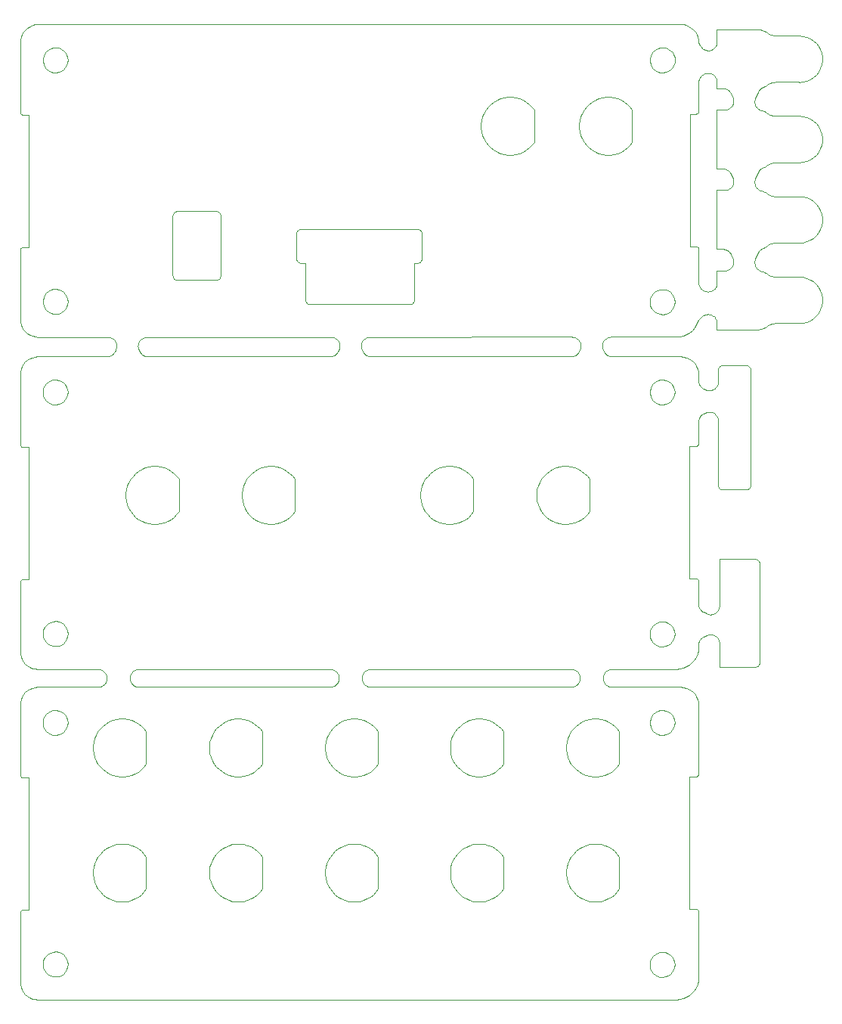
<source format=gko>
%MOIN*%
%OFA0B0*%
%FSLAX44Y44*%
%IPPOS*%
%LPD*%
%ADD10C,0*%
D10*
X00030732Y00040447D02*
X00030732Y00040447D01*
X00030732Y00040165D01*
X00030991Y00040165D01*
X00031013Y00040164D01*
X00031034Y00040163D01*
X00031056Y00040160D01*
X00031078Y00040155D01*
X00031099Y00040150D01*
X00031120Y00040143D01*
X00031140Y00040136D01*
X00031160Y00040127D01*
X00031180Y00040117D01*
X00031199Y00040106D01*
X00031217Y00040094D01*
X00031234Y00040081D01*
X00031251Y00040067D01*
X00031267Y00040052D01*
X00031282Y00040036D01*
X00031297Y00040019D01*
X00031310Y00040002D01*
X00031322Y00039984D01*
X00031334Y00039965D01*
X00031344Y00039946D01*
X00031422Y00039788D01*
X00031438Y00039751D01*
X00031450Y00039713D01*
X00031458Y00039674D01*
X00031462Y00039634D01*
X00031462Y00039594D01*
X00031458Y00039555D01*
X00031450Y00039515D01*
X00031438Y00039477D01*
X00031423Y00039441D01*
X00031403Y00039406D01*
X00031381Y00039373D01*
X00031355Y00039342D01*
X00031326Y00039315D01*
X00031294Y00039290D01*
X00031260Y00039269D01*
X00031224Y00039252D01*
X00031187Y00039238D01*
X00031148Y00039228D01*
X00031109Y00039222D01*
X00031069Y00039220D01*
X00030732Y00039220D01*
X00030732Y00036622D01*
X00030991Y00036622D01*
X00031013Y00036621D01*
X00031034Y00036619D01*
X00031056Y00036616D01*
X00031078Y00036612D01*
X00031099Y00036607D01*
X00031120Y00036600D01*
X00031140Y00036592D01*
X00031160Y00036583D01*
X00031180Y00036574D01*
X00031199Y00036562D01*
X00031217Y00036550D01*
X00031234Y00036537D01*
X00031251Y00036523D01*
X00031267Y00036508D01*
X00031282Y00036493D01*
X00031297Y00036476D01*
X00031310Y00036459D01*
X00031322Y00036441D01*
X00031334Y00036422D01*
X00031344Y00036402D01*
X00031422Y00036245D01*
X00031438Y00036208D01*
X00031450Y00036170D01*
X00031458Y00036131D01*
X00031462Y00036091D01*
X00031462Y00036051D01*
X00031458Y00036011D01*
X00031450Y00035972D01*
X00031438Y00035934D01*
X00031423Y00035897D01*
X00031403Y00035862D01*
X00031381Y00035829D01*
X00031355Y00035799D01*
X00031326Y00035772D01*
X00031294Y00035747D01*
X00031260Y00035726D01*
X00031224Y00035708D01*
X00031187Y00035694D01*
X00031148Y00035684D01*
X00031109Y00035678D01*
X00031069Y00035676D01*
X00030732Y00035677D01*
X00030732Y00033078D01*
X00030991Y00033078D01*
X00031013Y00033078D01*
X00031034Y00033076D01*
X00031056Y00033073D01*
X00031078Y00033069D01*
X00031099Y00033063D01*
X00031120Y00033057D01*
X00031140Y00033049D01*
X00031160Y00033040D01*
X00031180Y00033030D01*
X00031199Y00033019D01*
X00031217Y00033007D01*
X00031234Y00032994D01*
X00031251Y00032980D01*
X00031267Y00032965D01*
X00031282Y00032949D01*
X00031297Y00032933D01*
X00031310Y00032915D01*
X00031322Y00032897D01*
X00031334Y00032879D01*
X00031344Y00032859D01*
X00031422Y00032701D01*
X00031438Y00032665D01*
X00031450Y00032627D01*
X00031458Y00032587D01*
X00031462Y00032548D01*
X00031462Y00032508D01*
X00031458Y00032468D01*
X00031450Y00032429D01*
X00031438Y00032391D01*
X00031423Y00032354D01*
X00031403Y00032319D01*
X00031381Y00032286D01*
X00031355Y00032256D01*
X00031326Y00032228D01*
X00031294Y00032204D01*
X00031260Y00032183D01*
X00031224Y00032165D01*
X00031187Y00032151D01*
X00031148Y00032141D01*
X00031109Y00032135D01*
X00031069Y00032133D01*
X00030732Y00032133D01*
X00030732Y00031600D01*
X00030730Y00031559D01*
X00030723Y00031519D01*
X00030713Y00031480D01*
X00030699Y00031442D01*
X00030681Y00031406D01*
X00030659Y00031372D01*
X00030634Y00031340D01*
X00030606Y00031311D01*
X00030575Y00031285D01*
X00030542Y00031263D01*
X00030506Y00031243D01*
X00030469Y00031228D01*
X00030430Y00031217D01*
X00030390Y00031209D01*
X00030350Y00031206D01*
X00030309Y00031207D01*
X00030269Y00031212D01*
X00030230Y00031221D01*
X00030191Y00031234D01*
X00030155Y00031251D01*
X00030133Y00031263D01*
X00030114Y00031273D01*
X00030096Y00031285D01*
X00030079Y00031297D01*
X00030062Y00031310D01*
X00030046Y00031325D01*
X00030031Y00031340D01*
X00030017Y00031356D01*
X00030003Y00031372D01*
X00029991Y00031390D01*
X00029979Y00031408D01*
X00029969Y00031426D01*
X00029959Y00031445D01*
X00029951Y00031465D01*
X00029943Y00031485D01*
X00029937Y00031505D01*
X00029932Y00031526D01*
X00029928Y00031547D01*
X00029925Y00031568D01*
X00029923Y00031590D01*
X00029923Y00031611D01*
X00029923Y00033080D01*
X00029921Y00033098D01*
X00029917Y00033116D01*
X00029910Y00033134D01*
X00029900Y00033149D01*
X00029888Y00033163D01*
X00029874Y00033175D01*
X00029858Y00033185D01*
X00029841Y00033192D01*
X00029823Y00033197D01*
X00029804Y00033198D01*
X00029533Y00033198D01*
X00029533Y00039041D01*
X00029804Y00039041D01*
X00029823Y00039042D01*
X00029841Y00039046D01*
X00029858Y00039053D01*
X00029874Y00039063D01*
X00029888Y00039075D01*
X00029900Y00039089D01*
X00029910Y00039105D01*
X00029917Y00039122D01*
X00029921Y00039140D01*
X00029923Y00039159D01*
X00029923Y00040435D01*
X00029923Y00040457D01*
X00029925Y00040478D01*
X00029928Y00040499D01*
X00029932Y00040520D01*
X00029937Y00040541D01*
X00029943Y00040561D01*
X00029951Y00040581D01*
X00029959Y00040601D01*
X00029969Y00040620D01*
X00029979Y00040639D01*
X00029991Y00040657D01*
X00030003Y00040674D01*
X00030017Y00040691D01*
X00030031Y00040707D01*
X00030046Y00040722D01*
X00030062Y00040736D01*
X00030079Y00040749D01*
X00030096Y00040762D01*
X00030114Y00040773D01*
X00030133Y00040784D01*
X00030155Y00040795D01*
X00030191Y00040812D01*
X00030230Y00040825D01*
X00030269Y00040834D01*
X00030309Y00040839D01*
X00030350Y00040840D01*
X00030390Y00040837D01*
X00030430Y00040830D01*
X00030469Y00040818D01*
X00030506Y00040803D01*
X00030542Y00040784D01*
X00030575Y00040761D01*
X00030606Y00040735D01*
X00030634Y00040706D01*
X00030659Y00040674D01*
X00030681Y00040640D01*
X00030699Y00040604D01*
X00030713Y00040566D01*
X00030723Y00040527D01*
X00030730Y00040487D01*
X00030732Y00040447D01*
X00028350Y00030207D02*
X00028350Y00030207D01*
X00028231Y00030213D01*
X00028116Y00030245D01*
X00028011Y00030301D01*
X00027920Y00030378D01*
X00027848Y00030473D01*
X00027798Y00030581D01*
X00027772Y00030698D01*
X00027772Y00030817D01*
X00027798Y00030933D01*
X00027848Y00031041D01*
X00027920Y00031136D01*
X00028011Y00031213D01*
X00028116Y00031269D01*
X00028231Y00031301D01*
X00028350Y00031307D01*
X00028468Y00031288D01*
X00028578Y00031244D01*
X00028677Y00031177D01*
X00028759Y00031091D01*
X00028820Y00030989D01*
X00028859Y00030876D01*
X00028871Y00030757D01*
X00028859Y00030639D01*
X00028820Y00030526D01*
X00028759Y00030424D01*
X00028677Y00030337D01*
X00028578Y00030270D01*
X00028468Y00030226D01*
X00028350Y00030207D01*
X00001588Y00030217D02*
X00001588Y00030217D01*
X00001469Y00030223D01*
X00001354Y00030255D01*
X00001249Y00030311D01*
X00001158Y00030388D01*
X00001086Y00030483D01*
X00001036Y00030591D01*
X00001010Y00030707D01*
X00001010Y00030827D01*
X00001036Y00030943D01*
X00001086Y00031051D01*
X00001158Y00031146D01*
X00001249Y00031223D01*
X00001354Y00031279D01*
X00001469Y00031311D01*
X00001588Y00031317D01*
X00001706Y00031298D01*
X00001817Y00031254D01*
X00001915Y00031187D01*
X00001997Y00031101D01*
X00002059Y00030998D01*
X00002097Y00030885D01*
X00002110Y00030767D01*
X00002097Y00030648D01*
X00002059Y00030536D01*
X00001997Y00030433D01*
X00001915Y00030347D01*
X00001817Y00030280D01*
X00001706Y00030236D01*
X00001588Y00030217D01*
X00012775Y00030652D02*
X00012775Y00030652D01*
X00012744Y00030654D01*
X00012714Y00030661D01*
X00012686Y00030673D01*
X00012659Y00030689D01*
X00012636Y00030709D01*
X00012616Y00030733D01*
X00012600Y00030759D01*
X00012588Y00030788D01*
X00012581Y00030818D01*
X00012578Y00030848D01*
X00012578Y00032471D01*
X00012381Y00032471D01*
X00012351Y00032473D01*
X00012321Y00032480D01*
X00012292Y00032492D01*
X00012266Y00032508D01*
X00012242Y00032528D01*
X00012222Y00032552D01*
X00012206Y00032578D01*
X00012194Y00032607D01*
X00012187Y00032637D01*
X00012184Y00032667D01*
X00012184Y00033762D01*
X00012187Y00033793D01*
X00012194Y00033823D01*
X00012206Y00033851D01*
X00012222Y00033878D01*
X00012242Y00033901D01*
X00012266Y00033921D01*
X00012292Y00033937D01*
X00012321Y00033949D01*
X00012351Y00033956D01*
X00012381Y00033959D01*
X00017519Y00033959D01*
X00017550Y00033956D01*
X00017580Y00033949D01*
X00017608Y00033937D01*
X00017635Y00033921D01*
X00017658Y00033901D01*
X00017678Y00033878D01*
X00017695Y00033851D01*
X00017706Y00033823D01*
X00017714Y00033793D01*
X00017716Y00033762D01*
X00017716Y00032667D01*
X00017714Y00032637D01*
X00017706Y00032607D01*
X00017695Y00032578D01*
X00017678Y00032552D01*
X00017658Y00032528D01*
X00017635Y00032508D01*
X00017608Y00032492D01*
X00017580Y00032480D01*
X00017550Y00032473D01*
X00017519Y00032471D01*
X00017381Y00032471D01*
X00017381Y00030848D01*
X00017379Y00030818D01*
X00017372Y00030788D01*
X00017360Y00030759D01*
X00017344Y00030733D01*
X00017324Y00030709D01*
X00017300Y00030689D01*
X00017274Y00030673D01*
X00017245Y00030661D01*
X00017215Y00030654D01*
X00017184Y00030652D01*
X00012775Y00030652D01*
X00008641Y00031715D02*
X00008641Y00031715D01*
X00006929Y00031715D01*
X00006898Y00031717D01*
X00006868Y00031724D01*
X00006839Y00031736D01*
X00006813Y00031752D01*
X00006789Y00031772D01*
X00006769Y00031796D01*
X00006753Y00031822D01*
X00006741Y00031851D01*
X00006734Y00031881D01*
X00006732Y00031911D01*
X00006732Y00034549D01*
X00006734Y00034580D01*
X00006741Y00034610D01*
X00006753Y00034639D01*
X00006769Y00034665D01*
X00006789Y00034688D01*
X00006813Y00034709D01*
X00006839Y00034725D01*
X00006868Y00034736D01*
X00006898Y00034744D01*
X00006929Y00034746D01*
X00008641Y00034746D01*
X00008672Y00034744D01*
X00008702Y00034736D01*
X00008731Y00034725D01*
X00008757Y00034709D01*
X00008780Y00034688D01*
X00008800Y00034665D01*
X00008817Y00034639D01*
X00008828Y00034610D01*
X00008836Y00034580D01*
X00008838Y00034549D01*
X00008838Y00031911D01*
X00008836Y00031881D01*
X00008828Y00031851D01*
X00008817Y00031822D01*
X00008800Y00031796D01*
X00008780Y00031772D01*
X00008757Y00031752D01*
X00008731Y00031736D01*
X00008702Y00031724D01*
X00008672Y00031717D01*
X00008641Y00031715D01*
X00026017Y00037231D02*
X00026017Y00037231D01*
X00025850Y00037231D01*
X00025684Y00037253D01*
X00025522Y00037296D01*
X00025368Y00037360D01*
X00025223Y00037444D01*
X00025090Y00037546D01*
X00024972Y00037664D01*
X00024870Y00037797D01*
X00024787Y00037942D01*
X00024723Y00038096D01*
X00024679Y00038258D01*
X00024657Y00038424D01*
X00024657Y00038591D01*
X00024679Y00038757D01*
X00024723Y00038919D01*
X00024787Y00039073D01*
X00024870Y00039218D01*
X00024972Y00039351D01*
X00025090Y00039469D01*
X00025223Y00039571D01*
X00025368Y00039655D01*
X00025522Y00039719D01*
X00025684Y00039763D01*
X00025850Y00039785D01*
X00026017Y00039785D01*
X00026183Y00039763D01*
X00026344Y00039720D01*
X00026499Y00039656D01*
X00026644Y00039573D01*
X00026777Y00039471D01*
X00026895Y00039353D01*
X00026997Y00039220D01*
X00026997Y00037795D01*
X00026895Y00037662D01*
X00026777Y00037544D01*
X00026644Y00037443D01*
X00026499Y00037359D01*
X00026344Y00037295D01*
X00026183Y00037252D01*
X00026017Y00037231D01*
X00021686Y00037231D02*
X00021686Y00037231D01*
X00021519Y00037231D01*
X00021353Y00037253D01*
X00021192Y00037296D01*
X00021037Y00037360D01*
X00020892Y00037444D01*
X00020759Y00037546D01*
X00020641Y00037664D01*
X00020539Y00037797D01*
X00020456Y00037942D01*
X00020392Y00038096D01*
X00020349Y00038258D01*
X00020327Y00038424D01*
X00020327Y00038591D01*
X00020349Y00038757D01*
X00020392Y00038919D01*
X00020456Y00039073D01*
X00020539Y00039218D01*
X00020641Y00039351D01*
X00020759Y00039469D01*
X00020892Y00039571D01*
X00021037Y00039655D01*
X00021192Y00039719D01*
X00021353Y00039763D01*
X00021519Y00039785D01*
X00021686Y00039785D01*
X00021852Y00039763D01*
X00022014Y00039720D01*
X00022168Y00039656D01*
X00022313Y00039573D01*
X00022446Y00039471D01*
X00022565Y00039353D01*
X00022667Y00039220D01*
X00022667Y00037795D01*
X00022565Y00037662D01*
X00022446Y00037544D01*
X00022313Y00037443D01*
X00022168Y00037359D01*
X00022014Y00037295D01*
X00021852Y00037252D01*
X00021686Y00037231D01*
X00028360Y00040866D02*
X00028360Y00040866D01*
X00028241Y00040873D01*
X00028126Y00040905D01*
X00028021Y00040960D01*
X00027930Y00041038D01*
X00027858Y00041132D01*
X00027808Y00041241D01*
X00027782Y00041357D01*
X00027782Y00041476D01*
X00027808Y00041593D01*
X00027858Y00041701D01*
X00027930Y00041796D01*
X00028021Y00041873D01*
X00028126Y00041929D01*
X00028241Y00041960D01*
X00028360Y00041967D01*
X00028478Y00041948D01*
X00028588Y00041904D01*
X00028687Y00041837D01*
X00028769Y00041750D01*
X00028830Y00041648D01*
X00028868Y00041535D01*
X00028881Y00041417D01*
X00028868Y00041298D01*
X00028830Y00041185D01*
X00028769Y00041083D01*
X00028687Y00040996D01*
X00028588Y00040930D01*
X00028478Y00040885D01*
X00028360Y00040866D01*
X00001588Y00040866D02*
X00001588Y00040866D01*
X00001469Y00040873D01*
X00001354Y00040905D01*
X00001249Y00040960D01*
X00001158Y00041038D01*
X00001086Y00041132D01*
X00001036Y00041241D01*
X00001010Y00041357D01*
X00001010Y00041476D01*
X00001036Y00041593D01*
X00001086Y00041701D01*
X00001158Y00041796D01*
X00001249Y00041873D01*
X00001354Y00041929D01*
X00001469Y00041960D01*
X00001588Y00041967D01*
X00001706Y00041948D01*
X00001817Y00041904D01*
X00001915Y00041837D01*
X00001997Y00041750D01*
X00002059Y00041648D01*
X00002097Y00041535D01*
X00002110Y00041417D01*
X00002097Y00041298D01*
X00002059Y00041185D01*
X00001997Y00041083D01*
X00001915Y00040996D01*
X00001817Y00040930D01*
X00001706Y00040885D01*
X00001588Y00040866D01*
X00026061Y00029209D02*
X00026061Y00029209D01*
X00028942Y00029210D01*
X00029096Y00029222D01*
X00029245Y00029258D01*
X00029387Y00029317D01*
X00029518Y00029397D01*
X00029635Y00029497D01*
X00029735Y00029614D01*
X00029816Y00029745D01*
X00029854Y00029838D01*
X00029857Y00029845D01*
X00029860Y00029851D01*
X00029863Y00029857D01*
X00029866Y00029864D01*
X00029869Y00029870D01*
X00029872Y00029876D01*
X00029876Y00029882D01*
X00029879Y00029888D01*
X00029883Y00029894D01*
X00029887Y00029900D01*
X00029890Y00029906D01*
X00029894Y00029912D01*
X00029898Y00029917D01*
X00029903Y00029923D01*
X00029907Y00029929D01*
X00029911Y00029934D01*
X00029916Y00029940D01*
X00029920Y00029945D01*
X00029925Y00029950D01*
X00029930Y00029955D01*
X00030050Y00030085D01*
X00030084Y00030117D01*
X00030121Y00030145D01*
X00030162Y00030169D01*
X00030205Y00030187D01*
X00030251Y00030201D01*
X00030297Y00030208D01*
X00030344Y00030210D01*
X00030391Y00030207D01*
X00030437Y00030198D01*
X00030482Y00030183D01*
X00030525Y00030163D01*
X00030565Y00030139D01*
X00030602Y00030109D01*
X00030635Y00030076D01*
X00030663Y00030038D01*
X00030688Y00029998D01*
X00030707Y00029955D01*
X00030721Y00029910D01*
X00030729Y00029864D01*
X00030732Y00029817D01*
X00030732Y00029535D01*
X00032523Y00029536D01*
X00032569Y00029539D01*
X00032616Y00029544D01*
X00032662Y00029553D01*
X00032707Y00029564D01*
X00032751Y00029578D01*
X00032795Y00029595D01*
X00032837Y00029615D01*
X00032879Y00029637D01*
X00032918Y00029662D01*
X00032956Y00029689D01*
X00032989Y00029712D01*
X00033024Y00029732D01*
X00033059Y00029751D01*
X00033096Y00029767D01*
X00033133Y00029781D01*
X00033172Y00029792D01*
X00033211Y00029801D01*
X00033250Y00029807D01*
X00033290Y00029811D01*
X00033330Y00029812D01*
X00034354Y00029812D01*
X00034354Y00029811D01*
X00034522Y00029825D01*
X00034686Y00029867D01*
X00034841Y00029935D01*
X00034982Y00030027D01*
X00035107Y00030142D01*
X00035210Y00030275D01*
X00035291Y00030424D01*
X00035346Y00030583D01*
X00035373Y00030750D01*
X00035373Y00030919D01*
X00035346Y00031086D01*
X00035291Y00031246D01*
X00035210Y00031394D01*
X00035107Y00031528D01*
X00034982Y00031642D01*
X00034841Y00031734D01*
X00034686Y00031802D01*
X00034522Y00031844D01*
X00034354Y00031858D01*
X00033330Y00031858D01*
X00033289Y00031859D01*
X00033248Y00031863D01*
X00033208Y00031869D01*
X00033168Y00031879D01*
X00033129Y00031890D01*
X00033090Y00031905D01*
X00033053Y00031921D01*
X00033017Y00031940D01*
X00032982Y00031962D01*
X00032948Y00031986D01*
X00032911Y00032012D01*
X00032872Y00032035D01*
X00032831Y00032057D01*
X00032789Y00032076D01*
X00032747Y00032092D01*
X00032703Y00032105D01*
X00032692Y00032108D01*
X00032659Y00032117D01*
X00032627Y00032130D01*
X00032596Y00032145D01*
X00032567Y00032163D01*
X00032539Y00032184D01*
X00032513Y00032207D01*
X00032489Y00032232D01*
X00032468Y00032259D01*
X00032448Y00032287D01*
X00032432Y00032318D01*
X00032418Y00032349D01*
X00032407Y00032382D01*
X00032399Y00032416D01*
X00032394Y00032450D01*
X00032392Y00032485D01*
X00032393Y00032519D01*
X00032397Y00032553D01*
X00032404Y00032587D01*
X00032414Y00032620D01*
X00032427Y00032652D01*
X00032549Y00032922D01*
X00032555Y00032936D01*
X00032562Y00032949D01*
X00032570Y00032962D01*
X00032578Y00032975D01*
X00032587Y00032988D01*
X00032596Y00033000D01*
X00032605Y00033012D01*
X00032615Y00033024D01*
X00032626Y00033035D01*
X00032637Y00033045D01*
X00032648Y00033056D01*
X00032659Y00033066D01*
X00032672Y00033075D01*
X00032684Y00033084D01*
X00032697Y00033092D01*
X00032710Y00033100D01*
X00032723Y00033108D01*
X00032737Y00033114D01*
X00032751Y00033121D01*
X00032765Y00033127D01*
X00032795Y00033138D01*
X00032837Y00033158D01*
X00032879Y00033180D01*
X00032918Y00033205D01*
X00032956Y00033233D01*
X00032989Y00033255D01*
X00033024Y00033276D01*
X00033059Y00033294D01*
X00033096Y00033310D01*
X00033133Y00033324D01*
X00033172Y00033335D01*
X00033211Y00033344D01*
X00033250Y00033350D01*
X00033290Y00033354D01*
X00033330Y00033355D01*
X00034354Y00033355D01*
X00034354Y00033355D01*
X00034522Y00033369D01*
X00034686Y00033410D01*
X00034841Y00033478D01*
X00034982Y00033571D01*
X00035107Y00033685D01*
X00035210Y00033818D01*
X00035291Y00033967D01*
X00035346Y00034127D01*
X00035373Y00034293D01*
X00035373Y00034462D01*
X00035346Y00034629D01*
X00035291Y00034789D01*
X00035210Y00034938D01*
X00035107Y00035071D01*
X00034982Y00035185D01*
X00034841Y00035278D01*
X00034686Y00035346D01*
X00034522Y00035387D01*
X00034354Y00035401D01*
X00033330Y00035401D01*
X00033289Y00035402D01*
X00033248Y00035406D01*
X00033208Y00035413D01*
X00033168Y00035422D01*
X00033129Y00035434D01*
X00033090Y00035448D01*
X00033053Y00035465D01*
X00033017Y00035484D01*
X00032982Y00035505D01*
X00032948Y00035529D01*
X00032911Y00035555D01*
X00032872Y00035579D01*
X00032831Y00035600D01*
X00032789Y00035619D01*
X00032747Y00035635D01*
X00032703Y00035649D01*
X00032692Y00035651D01*
X00032659Y00035661D01*
X00032627Y00035673D01*
X00032596Y00035689D01*
X00032567Y00035707D01*
X00032539Y00035727D01*
X00032513Y00035750D01*
X00032489Y00035775D01*
X00032468Y00035802D01*
X00032448Y00035831D01*
X00032432Y00035861D01*
X00032418Y00035893D01*
X00032407Y00035926D01*
X00032399Y00035959D01*
X00032394Y00035993D01*
X00032392Y00036028D01*
X00032393Y00036062D01*
X00032397Y00036097D01*
X00032404Y00036130D01*
X00032414Y00036164D01*
X00032427Y00036196D01*
X00032549Y00036465D01*
X00032555Y00036479D01*
X00032562Y00036492D01*
X00032570Y00036506D01*
X00032578Y00036519D01*
X00032587Y00036531D01*
X00032596Y00036543D01*
X00032605Y00036555D01*
X00032615Y00036567D01*
X00032626Y00036578D01*
X00032637Y00036589D01*
X00032648Y00036599D01*
X00032659Y00036609D01*
X00032672Y00036618D01*
X00032684Y00036627D01*
X00032697Y00036636D01*
X00032710Y00036643D01*
X00032723Y00036651D01*
X00032737Y00036658D01*
X00032751Y00036664D01*
X00032765Y00036670D01*
X00032795Y00036682D01*
X00032837Y00036701D01*
X00032879Y00036724D01*
X00032918Y00036749D01*
X00032956Y00036776D01*
X00032989Y00036799D01*
X00033024Y00036819D01*
X00033059Y00036837D01*
X00033096Y00036853D01*
X00033133Y00036867D01*
X00033172Y00036878D01*
X00033211Y00036887D01*
X00033250Y00036894D01*
X00033290Y00036897D01*
X00033330Y00036899D01*
X00034354Y00036899D01*
X00034354Y00036898D01*
X00034522Y00036912D01*
X00034686Y00036954D01*
X00034841Y00037021D01*
X00034982Y00037114D01*
X00035107Y00037228D01*
X00035210Y00037362D01*
X00035291Y00037510D01*
X00035346Y00037670D01*
X00035373Y00037837D01*
X00035373Y00038006D01*
X00035346Y00038172D01*
X00035291Y00038332D01*
X00035210Y00038481D01*
X00035107Y00038614D01*
X00034982Y00038729D01*
X00034841Y00038821D01*
X00034686Y00038889D01*
X00034522Y00038930D01*
X00034354Y00038944D01*
X00033330Y00038944D01*
X00033289Y00038946D01*
X00033248Y00038950D01*
X00033208Y00038956D01*
X00033168Y00038965D01*
X00033129Y00038977D01*
X00033090Y00038991D01*
X00033053Y00039008D01*
X00033017Y00039027D01*
X00032982Y00039048D01*
X00032948Y00039072D01*
X00032911Y00039098D01*
X00032872Y00039122D01*
X00032831Y00039143D01*
X00032789Y00039162D01*
X00032747Y00039178D01*
X00032703Y00039192D01*
X00032692Y00039194D01*
X00032659Y00039204D01*
X00032627Y00039217D01*
X00032596Y00039232D01*
X00032567Y00039250D01*
X00032539Y00039270D01*
X00032513Y00039293D01*
X00032489Y00039318D01*
X00032468Y00039345D01*
X00032448Y00039374D01*
X00032432Y00039404D01*
X00032418Y00039436D01*
X00032407Y00039469D01*
X00032399Y00039502D01*
X00032394Y00039537D01*
X00032392Y00039571D01*
X00032393Y00039606D01*
X00032397Y00039640D01*
X00032404Y00039674D01*
X00032414Y00039707D01*
X00032427Y00039739D01*
X00032549Y00040008D01*
X00032555Y00040022D01*
X00032562Y00040036D01*
X00032570Y00040049D01*
X00032578Y00040062D01*
X00032587Y00040074D01*
X00032596Y00040087D01*
X00032605Y00040099D01*
X00032615Y00040110D01*
X00032626Y00040121D01*
X00032637Y00040132D01*
X00032648Y00040142D01*
X00032659Y00040152D01*
X00032672Y00040162D01*
X00032684Y00040170D01*
X00032697Y00040179D01*
X00032710Y00040187D01*
X00032723Y00040194D01*
X00032737Y00040201D01*
X00032751Y00040207D01*
X00032765Y00040213D01*
X00032795Y00040225D01*
X00032837Y00040245D01*
X00032879Y00040267D01*
X00032918Y00040292D01*
X00032956Y00040319D01*
X00032989Y00040342D01*
X00033024Y00040362D01*
X00033059Y00040381D01*
X00033096Y00040397D01*
X00033133Y00040410D01*
X00033172Y00040422D01*
X00033211Y00040431D01*
X00033250Y00040437D01*
X00033290Y00040441D01*
X00033330Y00040442D01*
X00034354Y00040442D01*
X00034354Y00040441D01*
X00034522Y00040455D01*
X00034686Y00040497D01*
X00034841Y00040565D01*
X00034982Y00040657D01*
X00035107Y00040772D01*
X00035210Y00040905D01*
X00035291Y00041054D01*
X00035346Y00041213D01*
X00035373Y00041380D01*
X00035373Y00041549D01*
X00035346Y00041716D01*
X00035291Y00041876D01*
X00035210Y00042024D01*
X00035107Y00042158D01*
X00034982Y00042272D01*
X00034841Y00042364D01*
X00034686Y00042432D01*
X00034522Y00042474D01*
X00034354Y00042488D01*
X00033330Y00042488D01*
X00033289Y00042489D01*
X00033248Y00042493D01*
X00033208Y00042499D01*
X00033168Y00042509D01*
X00033129Y00042520D01*
X00033090Y00042535D01*
X00033053Y00042551D01*
X00033017Y00042570D01*
X00032982Y00042592D01*
X00032948Y00042615D01*
X00032911Y00042642D01*
X00032872Y00042665D01*
X00032831Y00042687D01*
X00032789Y00042705D01*
X00032747Y00042722D01*
X00032703Y00042735D01*
X00032658Y00042746D01*
X00032613Y00042754D01*
X00032568Y00042759D01*
X00032522Y00042762D01*
X00030732Y00042763D01*
X00030732Y00042229D01*
X00030729Y00042179D01*
X00030719Y00042129D01*
X00030703Y00042081D01*
X00030681Y00042036D01*
X00030653Y00041994D01*
X00030620Y00041955D01*
X00030583Y00041921D01*
X00030541Y00041892D01*
X00030496Y00041869D01*
X00030449Y00041852D01*
X00030400Y00041841D01*
X00030349Y00041836D01*
X00030299Y00041838D01*
X00030249Y00041846D01*
X00030200Y00041861D01*
X00030154Y00041881D01*
X00030111Y00041908D01*
X00030072Y00041940D01*
X00030037Y00041976D01*
X00030007Y00042017D01*
X00029981Y00042058D01*
X00029975Y00042066D01*
X00029970Y00042074D01*
X00029966Y00042083D01*
X00029961Y00042091D01*
X00029957Y00042100D01*
X00029953Y00042109D01*
X00029949Y00042118D01*
X00029945Y00042127D01*
X00029942Y00042136D01*
X00029939Y00042145D01*
X00029936Y00042154D01*
X00029933Y00042163D01*
X00029930Y00042173D01*
X00029928Y00042182D01*
X00029926Y00042192D01*
X00029924Y00042201D01*
X00029923Y00042211D01*
X00029921Y00042220D01*
X00029920Y00042230D01*
X00029919Y00042240D01*
X00029913Y00042321D01*
X00029884Y00042441D01*
X00029837Y00042556D01*
X00029772Y00042661D01*
X00029692Y00042755D01*
X00029598Y00042835D01*
X00029493Y00042900D01*
X00029379Y00042947D01*
X00029258Y00042976D01*
X00029135Y00042985D01*
X00000793Y00042985D01*
X00000669Y00042976D01*
X00000549Y00042947D01*
X00000435Y00042900D01*
X00000330Y00042835D01*
X00000236Y00042755D01*
X00000156Y00042661D01*
X00000091Y00042556D01*
X00000044Y00042441D01*
X00000015Y00042321D01*
X00000005Y00042198D01*
X00000005Y00039119D01*
X00000007Y00039101D01*
X00000011Y00039083D01*
X00000018Y00039066D01*
X00000028Y00039050D01*
X00000040Y00039036D01*
X00000054Y00039024D01*
X00000070Y00039014D01*
X00000087Y00039007D01*
X00000105Y00039003D01*
X00000123Y00039001D01*
X00000395Y00039001D01*
X00000395Y00033159D01*
X00000123Y00033159D01*
X00000105Y00033157D01*
X00000087Y00033153D01*
X00000070Y00033146D01*
X00000054Y00033136D01*
X00000040Y00033124D01*
X00000028Y00033110D01*
X00000018Y00033094D01*
X00000011Y00033077D01*
X00000007Y00033059D01*
X00000005Y00033041D01*
X00000005Y00029993D01*
X00000015Y00029870D01*
X00000044Y00029750D01*
X00000091Y00029636D01*
X00000156Y00029530D01*
X00000236Y00029437D01*
X00000330Y00029356D01*
X00000435Y00029292D01*
X00000549Y00029244D01*
X00000669Y00029216D01*
X00000793Y00029206D01*
X00003857Y00029206D01*
X00003857Y00029206D01*
X00003897Y00029204D01*
X00003936Y00029198D01*
X00003975Y00029188D01*
X00004012Y00029175D01*
X00004048Y00029157D01*
X00004082Y00029136D01*
X00004114Y00029112D01*
X00004142Y00029084D01*
X00004168Y00029054D01*
X00004191Y00029021D01*
X00004211Y00028987D01*
X00004226Y00028950D01*
X00004238Y00028912D01*
X00004246Y00028873D01*
X00004251Y00028833D01*
X00004251Y00028794D01*
X00004247Y00028754D01*
X00004239Y00028715D01*
X00004227Y00028677D01*
X00004211Y00028640D01*
X00004176Y00028567D01*
X00004166Y00028548D01*
X00004154Y00028529D01*
X00004142Y00028511D01*
X00004129Y00028493D01*
X00004114Y00028476D01*
X00004099Y00028460D01*
X00004083Y00028445D01*
X00004066Y00028431D01*
X00004049Y00028418D01*
X00004031Y00028406D01*
X00004012Y00028395D01*
X00003992Y00028385D01*
X00003972Y00028376D01*
X00003951Y00028368D01*
X00003930Y00028361D01*
X00003909Y00028356D01*
X00003888Y00028351D01*
X00003866Y00028348D01*
X00003844Y00028347D01*
X00003822Y00028346D01*
X00003822Y00028346D01*
X00000787Y00028346D01*
X00000664Y00028336D01*
X00000544Y00028307D01*
X00000429Y00028260D01*
X00000324Y00028196D01*
X00000230Y00028115D01*
X00000150Y00028021D01*
X00000085Y00027916D01*
X00000038Y00027802D01*
X00000009Y00027682D01*
X00000000Y00027559D01*
X00000000Y00024480D01*
X00000001Y00024461D01*
X00000005Y00024443D01*
X00000012Y00024426D01*
X00000022Y00024410D01*
X00000034Y00024396D01*
X00000048Y00024384D01*
X00000064Y00024375D01*
X00000081Y00024367D01*
X00000099Y00024363D01*
X00000118Y00024362D01*
X00000389Y00024362D01*
X00000389Y00018519D01*
X00000118Y00018519D01*
X00000099Y00018518D01*
X00000081Y00018513D01*
X00000064Y00018506D01*
X00000048Y00018497D01*
X00000034Y00018485D01*
X00000022Y00018471D01*
X00000012Y00018455D01*
X00000005Y00018438D01*
X00000001Y00018420D01*
X00000000Y00018401D01*
X00000000Y00015354D01*
X00000009Y00015231D01*
X00000038Y00015111D01*
X00000085Y00014996D01*
X00000150Y00014891D01*
X00000230Y00014797D01*
X00000324Y00014717D01*
X00000429Y00014652D01*
X00000544Y00014605D01*
X00000664Y00014576D01*
X00000787Y00014566D01*
X00003428Y00014567D01*
X00003470Y00014565D01*
X00003510Y00014558D01*
X00003550Y00014547D01*
X00003589Y00014533D01*
X00003626Y00014514D01*
X00003660Y00014491D01*
X00003692Y00014465D01*
X00003722Y00014436D01*
X00003747Y00014404D01*
X00003770Y00014369D01*
X00003789Y00014332D01*
X00003803Y00014293D01*
X00003814Y00014253D01*
X00003820Y00014213D01*
X00003822Y00014171D01*
X00003820Y00014130D01*
X00003813Y00014089D01*
X00003802Y00014049D01*
X00003787Y00014011D01*
X00003768Y00013974D01*
X00003768Y00013974D01*
X00003757Y00013956D01*
X00003745Y00013940D01*
X00003733Y00013923D01*
X00003719Y00013908D01*
X00003705Y00013893D01*
X00003690Y00013879D01*
X00003675Y00013866D01*
X00003658Y00013853D01*
X00003641Y00013842D01*
X00003624Y00013831D01*
X00003606Y00013821D01*
X00003587Y00013813D01*
X00003568Y00013805D01*
X00003549Y00013798D01*
X00003529Y00013792D01*
X00003509Y00013788D01*
X00003489Y00013784D01*
X00003469Y00013781D01*
X00003449Y00013780D01*
X00003428Y00013779D01*
X00000787Y00013779D01*
X00000664Y00013769D01*
X00000544Y00013740D01*
X00000429Y00013693D01*
X00000324Y00013629D01*
X00000230Y00013548D01*
X00000150Y00013454D01*
X00000085Y00013349D01*
X00000038Y00013235D01*
X00000009Y00013115D01*
X00000000Y00012992D01*
X00000000Y00009913D01*
X00000001Y00009894D01*
X00000005Y00009876D01*
X00000012Y00009859D01*
X00000022Y00009843D01*
X00000034Y00009829D01*
X00000048Y00009817D01*
X00000064Y00009808D01*
X00000081Y00009801D01*
X00000099Y00009796D01*
X00000118Y00009795D01*
X00000389Y00009795D01*
X00000389Y00003952D01*
X00000118Y00003952D01*
X00000099Y00003951D01*
X00000081Y00003946D01*
X00000064Y00003939D01*
X00000048Y00003930D01*
X00000034Y00003918D01*
X00000022Y00003904D01*
X00000012Y00003888D01*
X00000005Y00003871D01*
X00000001Y00003853D01*
X00000000Y00003834D01*
X00000000Y00000787D01*
X00000009Y00000664D01*
X00000038Y00000544D01*
X00000085Y00000429D01*
X00000150Y00000324D01*
X00000230Y00000230D01*
X00000324Y00000150D01*
X00000429Y00000085D01*
X00000544Y00000038D01*
X00000664Y00000009D01*
X00000787Y00000000D01*
X00028937Y00000003D01*
X00029090Y00000016D01*
X00029239Y00000051D01*
X00029382Y00000110D01*
X00029513Y00000191D01*
X00029630Y00000291D01*
X00029730Y00000408D01*
X00029810Y00000539D01*
X00029869Y00000681D01*
X00029905Y00000830D01*
X00029917Y00000984D01*
X00029917Y00003874D01*
X00029915Y00003892D01*
X00029911Y00003910D01*
X00029904Y00003927D01*
X00029894Y00003943D01*
X00029882Y00003957D01*
X00029868Y00003969D01*
X00029852Y00003979D01*
X00029835Y00003986D01*
X00029817Y00003990D01*
X00029799Y00003992D01*
X00029527Y00003992D01*
X00029527Y00009834D01*
X00029799Y00009834D01*
X00029817Y00009836D01*
X00029835Y00009840D01*
X00029852Y00009847D01*
X00029868Y00009857D01*
X00029882Y00009869D01*
X00029894Y00009883D01*
X00029904Y00009899D01*
X00029911Y00009916D01*
X00029915Y00009934D01*
X00029917Y00009952D01*
X00029917Y00012992D01*
X00029907Y00013115D01*
X00029878Y00013235D01*
X00029831Y00013349D01*
X00029766Y00013454D01*
X00029686Y00013548D01*
X00029592Y00013629D01*
X00029487Y00013693D01*
X00029373Y00013740D01*
X00029253Y00013769D01*
X00029129Y00013779D01*
X00026098Y00013779D01*
X00026098Y00013779D01*
X00026075Y00013780D01*
X00026052Y00013782D01*
X00026030Y00013785D01*
X00026007Y00013790D01*
X00025985Y00013796D01*
X00025963Y00013803D01*
X00025942Y00013812D01*
X00025921Y00013821D01*
X00025901Y00013832D01*
X00025881Y00013845D01*
X00025862Y00013858D01*
X00025844Y00013872D01*
X00025827Y00013888D01*
X00025811Y00013904D01*
X00025796Y00013921D01*
X00025781Y00013939D01*
X00025768Y00013958D01*
X00025756Y00013978D01*
X00025745Y00013998D01*
X00025736Y00014019D01*
X00025734Y00014023D01*
X00025721Y00014059D01*
X00025711Y00014097D01*
X00025705Y00014135D01*
X00025703Y00014174D01*
X00025705Y00014213D01*
X00025710Y00014251D01*
X00025720Y00014289D01*
X00025733Y00014325D01*
X00025749Y00014360D01*
X00025769Y00014394D01*
X00025792Y00014425D01*
X00025818Y00014454D01*
X00025846Y00014480D01*
X00025877Y00014503D01*
X00025911Y00014523D01*
X00025946Y00014540D01*
X00025982Y00014553D01*
X00026020Y00014562D01*
X00026058Y00014568D01*
X00026097Y00014570D01*
X00026097Y00014570D01*
X00028937Y00014570D01*
X00029090Y00014582D01*
X00029239Y00014618D01*
X00029382Y00014677D01*
X00029513Y00014758D01*
X00029630Y00014857D01*
X00029730Y00014974D01*
X00029810Y00015106D01*
X00029869Y00015248D01*
X00029905Y00015397D01*
X00029917Y00015551D01*
X00029917Y00015635D01*
X00029917Y00015656D01*
X00029919Y00015678D01*
X00029922Y00015700D01*
X00029926Y00015721D01*
X00029932Y00015742D01*
X00029938Y00015763D01*
X00029946Y00015783D01*
X00029955Y00015803D01*
X00029965Y00015823D01*
X00029976Y00015842D01*
X00029988Y00015860D01*
X00030001Y00015877D01*
X00030014Y00015894D01*
X00030029Y00015910D01*
X00030045Y00015925D01*
X00030061Y00015939D01*
X00030079Y00015953D01*
X00030097Y00015965D01*
X00030115Y00015976D01*
X00030134Y00015987D01*
X00030268Y00016054D01*
X00030305Y00016070D01*
X00030343Y00016082D01*
X00030382Y00016090D01*
X00030422Y00016095D01*
X00030462Y00016095D01*
X00030502Y00016091D01*
X00030541Y00016083D01*
X00030579Y00016071D01*
X00030616Y00016056D01*
X00030651Y00016036D01*
X00030684Y00016014D01*
X00030715Y00015988D01*
X00030742Y00015959D01*
X00030767Y00015927D01*
X00030788Y00015893D01*
X00030806Y00015857D01*
X00030820Y00015820D01*
X00030830Y00015781D01*
X00030836Y00015742D01*
X00030838Y00015702D01*
X00030838Y00014669D01*
X00032421Y00014669D01*
X00032452Y00014671D01*
X00032482Y00014678D01*
X00032510Y00014690D01*
X00032536Y00014706D01*
X00032560Y00014726D01*
X00032580Y00014750D01*
X00032596Y00014776D01*
X00032608Y00014805D01*
X00032615Y00014835D01*
X00032618Y00014866D01*
X00032618Y00019216D01*
X00032615Y00019247D01*
X00032608Y00019277D01*
X00032596Y00019305D01*
X00032580Y00019332D01*
X00032560Y00019355D01*
X00032536Y00019375D01*
X00032510Y00019391D01*
X00032482Y00019403D01*
X00032452Y00019410D01*
X00032421Y00019413D01*
X00030838Y00019413D01*
X00030838Y00017368D01*
X00030836Y00017328D01*
X00030830Y00017289D01*
X00030820Y00017250D01*
X00030806Y00017213D01*
X00030788Y00017177D01*
X00030767Y00017143D01*
X00030742Y00017111D01*
X00030715Y00017082D01*
X00030684Y00017056D01*
X00030651Y00017033D01*
X00030616Y00017014D01*
X00030579Y00016999D01*
X00030541Y00016987D01*
X00030502Y00016979D01*
X00030462Y00016975D01*
X00030422Y00016975D01*
X00030382Y00016980D01*
X00030343Y00016988D01*
X00030305Y00017000D01*
X00030268Y00017016D01*
X00030134Y00017083D01*
X00030115Y00017093D01*
X00030097Y00017105D01*
X00030079Y00017117D01*
X00030061Y00017130D01*
X00030045Y00017145D01*
X00030029Y00017160D01*
X00030014Y00017176D01*
X00030001Y00017193D01*
X00029988Y00017210D01*
X00029976Y00017228D01*
X00029965Y00017247D01*
X00029955Y00017267D01*
X00029946Y00017287D01*
X00029938Y00017307D01*
X00029932Y00017328D01*
X00029926Y00017349D01*
X00029922Y00017370D01*
X00029919Y00017392D01*
X00029917Y00017414D01*
X00029917Y00017435D01*
X00029917Y00018440D01*
X00029915Y00018459D01*
X00029911Y00018477D01*
X00029904Y00018494D01*
X00029894Y00018510D01*
X00029882Y00018524D01*
X00029868Y00018536D01*
X00029852Y00018546D01*
X00029835Y00018553D01*
X00029817Y00018557D01*
X00029799Y00018559D01*
X00029527Y00018559D01*
X00029527Y00024401D01*
X00029799Y00024401D01*
X00029817Y00024403D01*
X00029835Y00024407D01*
X00029852Y00024414D01*
X00029868Y00024424D01*
X00029882Y00024436D01*
X00029894Y00024450D01*
X00029904Y00024466D01*
X00029911Y00024483D01*
X00029915Y00024501D01*
X00029917Y00024519D01*
X00029917Y00025477D01*
X00029917Y00025500D01*
X00029919Y00025522D01*
X00029923Y00025545D01*
X00029927Y00025567D01*
X00029933Y00025589D01*
X00029940Y00025611D01*
X00029949Y00025632D01*
X00029958Y00025653D01*
X00029969Y00025673D01*
X00029981Y00025692D01*
X00029994Y00025711D01*
X00030008Y00025729D01*
X00030023Y00025746D01*
X00030039Y00025762D01*
X00030056Y00025777D01*
X00030073Y00025791D01*
X00030092Y00025804D01*
X00030111Y00025817D01*
X00030131Y00025828D01*
X00030152Y00025837D01*
X00030230Y00025872D01*
X00030267Y00025886D01*
X00030304Y00025896D01*
X00030343Y00025903D01*
X00030382Y00025905D01*
X00030421Y00025904D01*
X00030460Y00025899D01*
X00030498Y00025890D01*
X00030535Y00025878D01*
X00030570Y00025861D01*
X00030604Y00025842D01*
X00030636Y00025819D01*
X00030665Y00025793D01*
X00030692Y00025764D01*
X00030715Y00025733D01*
X00030735Y00025699D01*
X00030752Y00025664D01*
X00030766Y00025627D01*
X00030775Y00025590D01*
X00030781Y00025551D01*
X00030783Y00025512D01*
X00030783Y00022679D01*
X00030783Y00022679D01*
X00030785Y00022648D01*
X00030793Y00022618D01*
X00030804Y00022589D01*
X00030821Y00022563D01*
X00030841Y00022539D01*
X00030864Y00022519D01*
X00030890Y00022503D01*
X00030919Y00022491D01*
X00030949Y00022484D01*
X00030980Y00022482D01*
X00032015Y00022482D01*
X00032015Y00022482D01*
X00032046Y00022484D01*
X00032076Y00022491D01*
X00032105Y00022503D01*
X00032131Y00022519D01*
X00032154Y00022539D01*
X00032175Y00022563D01*
X00032191Y00022589D01*
X00032202Y00022618D01*
X00032210Y00022648D01*
X00032212Y00022679D01*
X00032212Y00027757D01*
X00032210Y00027788D01*
X00032202Y00027818D01*
X00032191Y00027847D01*
X00032175Y00027873D01*
X00032154Y00027897D01*
X00032131Y00027917D01*
X00032105Y00027933D01*
X00032076Y00027945D01*
X00032046Y00027952D01*
X00032015Y00027954D01*
X00030980Y00027954D01*
X00030949Y00027952D01*
X00030919Y00027945D01*
X00030890Y00027933D01*
X00030864Y00027917D01*
X00030841Y00027897D01*
X00030821Y00027873D01*
X00030804Y00027847D01*
X00030793Y00027818D01*
X00030785Y00027788D01*
X00030783Y00027757D01*
X00030783Y00027243D01*
X00030781Y00027204D01*
X00030775Y00027165D01*
X00030766Y00027127D01*
X00030752Y00027091D01*
X00030735Y00027055D01*
X00030715Y00027022D01*
X00030692Y00026991D01*
X00030665Y00026962D01*
X00030636Y00026936D01*
X00030604Y00026913D01*
X00030570Y00026894D01*
X00030535Y00026877D01*
X00030498Y00026865D01*
X00030460Y00026856D01*
X00030421Y00026851D01*
X00030382Y00026849D01*
X00030343Y00026852D01*
X00030304Y00026859D01*
X00030267Y00026869D01*
X00030230Y00026883D01*
X00030152Y00026918D01*
X00030131Y00026927D01*
X00030111Y00026938D01*
X00030092Y00026950D01*
X00030073Y00026964D01*
X00030056Y00026978D01*
X00030039Y00026993D01*
X00030023Y00027009D01*
X00030008Y00027026D01*
X00029994Y00027044D01*
X00029981Y00027063D01*
X00029969Y00027082D01*
X00029958Y00027102D01*
X00029949Y00027123D01*
X00029940Y00027144D01*
X00029933Y00027166D01*
X00029927Y00027188D01*
X00029923Y00027210D01*
X00029919Y00027232D01*
X00029917Y00027255D01*
X00029917Y00027278D01*
X00029917Y00027559D01*
X00029907Y00027682D01*
X00029878Y00027802D01*
X00029831Y00027916D01*
X00029766Y00028021D01*
X00029686Y00028115D01*
X00029592Y00028196D01*
X00029487Y00028260D01*
X00029373Y00028307D01*
X00029253Y00028336D01*
X00029129Y00028346D01*
X00026098Y00028346D01*
X00026076Y00028347D01*
X00026055Y00028348D01*
X00026033Y00028351D01*
X00026011Y00028356D01*
X00025990Y00028361D01*
X00025969Y00028368D01*
X00025948Y00028376D01*
X00025928Y00028385D01*
X00025909Y00028395D01*
X00025890Y00028406D01*
X00025872Y00028418D01*
X00025854Y00028431D01*
X00025837Y00028445D01*
X00025821Y00028460D01*
X00025806Y00028476D01*
X00025792Y00028493D01*
X00025778Y00028510D01*
X00025766Y00028529D01*
X00025755Y00028548D01*
X00025745Y00028567D01*
X00025707Y00028643D01*
X00025692Y00028680D01*
X00025680Y00028718D01*
X00025672Y00028757D01*
X00025668Y00028796D01*
X00025668Y00028836D01*
X00025672Y00028876D01*
X00025680Y00028915D01*
X00025692Y00028953D01*
X00025708Y00028990D01*
X00025727Y00029024D01*
X00025750Y00029057D01*
X00025776Y00029087D01*
X00025805Y00029115D01*
X00025837Y00029139D01*
X00025870Y00029160D01*
X00025906Y00029178D01*
X00025944Y00029191D01*
X00025982Y00029201D01*
X00026021Y00029207D01*
X00026061Y00029209D01*
X00028344Y00015567D02*
X00028344Y00015567D01*
X00028225Y00015574D01*
X00028110Y00015606D01*
X00028005Y00015661D01*
X00027914Y00015739D01*
X00027842Y00015833D01*
X00027792Y00015942D01*
X00027767Y00016058D01*
X00027767Y00016177D01*
X00027792Y00016294D01*
X00027842Y00016402D01*
X00027914Y00016497D01*
X00028005Y00016574D01*
X00028110Y00016630D01*
X00028225Y00016662D01*
X00028344Y00016668D01*
X00028462Y00016649D01*
X00028573Y00016605D01*
X00028671Y00016538D01*
X00028753Y00016451D01*
X00028815Y00016349D01*
X00028853Y00016236D01*
X00028866Y00016118D01*
X00028853Y00015999D01*
X00028815Y00015886D01*
X00028753Y00015784D01*
X00028671Y00015698D01*
X00028573Y00015631D01*
X00028462Y00015587D01*
X00028344Y00015567D01*
X00001582Y00015577D02*
X00001582Y00015577D01*
X00001463Y00015584D01*
X00001349Y00015615D01*
X00001243Y00015671D01*
X00001152Y00015748D01*
X00001080Y00015843D01*
X00001030Y00015951D01*
X00001005Y00016068D01*
X00001005Y00016187D01*
X00001030Y00016303D01*
X00001080Y00016412D01*
X00001152Y00016507D01*
X00001243Y00016584D01*
X00001349Y00016639D01*
X00001463Y00016671D01*
X00001582Y00016678D01*
X00001700Y00016659D01*
X00001811Y00016614D01*
X00001909Y00016548D01*
X00001991Y00016461D01*
X00002053Y00016359D01*
X00002091Y00016246D01*
X00002104Y00016127D01*
X00002091Y00016009D01*
X00002053Y00015896D01*
X00001991Y00015794D01*
X00001909Y00015707D01*
X00001811Y00015640D01*
X00001700Y00015596D01*
X00001582Y00015577D01*
X00019011Y00020955D02*
X00019011Y00020955D01*
X00018844Y00020955D01*
X00018678Y00020977D01*
X00018516Y00021020D01*
X00018362Y00021084D01*
X00018217Y00021168D01*
X00018084Y00021270D01*
X00017966Y00021388D01*
X00017864Y00021521D01*
X00017781Y00021666D01*
X00017717Y00021821D01*
X00017673Y00021982D01*
X00017652Y00022148D01*
X00017652Y00022315D01*
X00017673Y00022481D01*
X00017717Y00022643D01*
X00017781Y00022797D01*
X00017864Y00022942D01*
X00017966Y00023075D01*
X00018084Y00023194D01*
X00018217Y00023295D01*
X00018362Y00023379D01*
X00018516Y00023443D01*
X00018678Y00023487D01*
X00018844Y00023509D01*
X00019011Y00023509D01*
X00019177Y00023487D01*
X00019339Y00023444D01*
X00019493Y00023380D01*
X00019638Y00023297D01*
X00019771Y00023195D01*
X00019890Y00023077D01*
X00019992Y00022944D01*
X00019992Y00021519D01*
X00019890Y00021387D01*
X00019771Y00021268D01*
X00019638Y00021167D01*
X00019493Y00021083D01*
X00019339Y00021019D01*
X00019177Y00020976D01*
X00019011Y00020955D01*
X00024129Y00020955D02*
X00024129Y00020955D01*
X00023962Y00020955D01*
X00023796Y00020977D01*
X00023634Y00021020D01*
X00023480Y00021084D01*
X00023335Y00021168D01*
X00023202Y00021270D01*
X00023084Y00021388D01*
X00022982Y00021521D01*
X00022899Y00021666D01*
X00022835Y00021821D01*
X00022792Y00021982D01*
X00022770Y00022148D01*
X00022770Y00022315D01*
X00022792Y00022481D01*
X00022835Y00022643D01*
X00022899Y00022797D01*
X00022982Y00022942D01*
X00023084Y00023075D01*
X00023202Y00023194D01*
X00023335Y00023295D01*
X00023480Y00023379D01*
X00023634Y00023443D01*
X00023796Y00023487D01*
X00023962Y00023509D01*
X00024129Y00023509D01*
X00024295Y00023487D01*
X00024457Y00023444D01*
X00024611Y00023380D01*
X00024756Y00023297D01*
X00024889Y00023195D01*
X00025008Y00023077D01*
X00025110Y00022944D01*
X00025110Y00021519D01*
X00025008Y00021387D01*
X00024889Y00021268D01*
X00024756Y00021167D01*
X00024611Y00021083D01*
X00024457Y00021019D01*
X00024295Y00020976D01*
X00024129Y00020955D01*
X00006019Y00020955D02*
X00006019Y00020955D01*
X00005852Y00020955D01*
X00005686Y00020977D01*
X00005524Y00021020D01*
X00005370Y00021084D01*
X00005225Y00021168D01*
X00005092Y00021270D01*
X00004974Y00021388D01*
X00004872Y00021521D01*
X00004789Y00021666D01*
X00004725Y00021821D01*
X00004681Y00021982D01*
X00004659Y00022148D01*
X00004659Y00022315D01*
X00004681Y00022481D01*
X00004725Y00022643D01*
X00004789Y00022797D01*
X00004872Y00022942D01*
X00004974Y00023075D01*
X00005092Y00023194D01*
X00005225Y00023295D01*
X00005370Y00023379D01*
X00005524Y00023443D01*
X00005686Y00023487D01*
X00005852Y00023509D01*
X00006019Y00023509D01*
X00006185Y00023487D01*
X00006347Y00023444D01*
X00006501Y00023380D01*
X00006646Y00023297D01*
X00006779Y00023195D01*
X00006897Y00023077D01*
X00007000Y00022944D01*
X00007000Y00021519D01*
X00006897Y00021387D01*
X00006779Y00021268D01*
X00006646Y00021167D01*
X00006501Y00021083D01*
X00006347Y00021019D01*
X00006185Y00020976D01*
X00006019Y00020955D01*
X00011137Y00020955D02*
X00011137Y00020955D01*
X00010970Y00020955D01*
X00010804Y00020977D01*
X00010642Y00021020D01*
X00010488Y00021084D01*
X00010343Y00021168D01*
X00010210Y00021270D01*
X00010092Y00021388D01*
X00009990Y00021521D01*
X00009907Y00021666D01*
X00009843Y00021821D01*
X00009799Y00021982D01*
X00009778Y00022148D01*
X00009778Y00022315D01*
X00009799Y00022481D01*
X00009843Y00022643D01*
X00009907Y00022797D01*
X00009990Y00022942D01*
X00010092Y00023075D01*
X00010210Y00023194D01*
X00010343Y00023295D01*
X00010488Y00023379D01*
X00010642Y00023443D01*
X00010804Y00023487D01*
X00010970Y00023509D01*
X00011137Y00023509D01*
X00011303Y00023487D01*
X00011465Y00023444D01*
X00011619Y00023380D01*
X00011764Y00023297D01*
X00011897Y00023195D01*
X00012016Y00023077D01*
X00012118Y00022944D01*
X00012118Y00021519D01*
X00012016Y00021387D01*
X00011897Y00021268D01*
X00011764Y00021167D01*
X00011619Y00021083D01*
X00011465Y00021019D01*
X00011303Y00020976D01*
X00011137Y00020955D01*
X00028354Y00026227D02*
X00028354Y00026227D01*
X00028235Y00026233D01*
X00028120Y00026265D01*
X00028015Y00026321D01*
X00027924Y00026398D01*
X00027852Y00026493D01*
X00027802Y00026601D01*
X00027776Y00026717D01*
X00027776Y00026837D01*
X00027802Y00026953D01*
X00027852Y00027061D01*
X00027924Y00027156D01*
X00028015Y00027233D01*
X00028120Y00027289D01*
X00028235Y00027321D01*
X00028354Y00027327D01*
X00028472Y00027308D01*
X00028582Y00027264D01*
X00028681Y00027197D01*
X00028763Y00027111D01*
X00028825Y00027008D01*
X00028863Y00026896D01*
X00028875Y00026777D01*
X00028875Y00026777D01*
X00028863Y00026659D01*
X00028825Y00026546D01*
X00028763Y00026444D01*
X00028681Y00026357D01*
X00028582Y00026290D01*
X00028472Y00026246D01*
X00028354Y00026227D01*
X00001582Y00026227D02*
X00001582Y00026227D01*
X00001463Y00026233D01*
X00001349Y00026265D01*
X00001243Y00026321D01*
X00001152Y00026398D01*
X00001080Y00026493D01*
X00001030Y00026601D01*
X00001005Y00026717D01*
X00001005Y00026837D01*
X00001030Y00026953D01*
X00001080Y00027061D01*
X00001152Y00027156D01*
X00001243Y00027233D01*
X00001349Y00027289D01*
X00001463Y00027321D01*
X00001582Y00027327D01*
X00001700Y00027308D01*
X00001811Y00027264D01*
X00001909Y00027197D01*
X00001991Y00027111D01*
X00002053Y00027008D01*
X00002091Y00026896D01*
X00002104Y00026777D01*
X00002104Y00026777D01*
X00002091Y00026659D01*
X00002053Y00026546D01*
X00001991Y00026444D01*
X00001909Y00026357D01*
X00001811Y00026290D01*
X00001700Y00026246D01*
X00001582Y00026227D01*
X00005626Y00028346D02*
X00005626Y00028346D01*
X00013664Y00028346D01*
X00013686Y00028347D01*
X00013708Y00028348D01*
X00013730Y00028351D01*
X00013752Y00028356D01*
X00013773Y00028361D01*
X00013794Y00028368D01*
X00013814Y00028376D01*
X00013834Y00028385D01*
X00013854Y00028395D01*
X00013873Y00028406D01*
X00013891Y00028418D01*
X00013909Y00028431D01*
X00013926Y00028445D01*
X00013942Y00028460D01*
X00013957Y00028476D01*
X00013971Y00028493D01*
X00013984Y00028510D01*
X00013997Y00028529D01*
X00014008Y00028547D01*
X00014018Y00028567D01*
X00014054Y00028641D01*
X00014070Y00028678D01*
X00014082Y00028716D01*
X00014090Y00028755D01*
X00014094Y00028795D01*
X00014094Y00028835D01*
X00014090Y00028874D01*
X00014082Y00028913D01*
X00014070Y00028951D01*
X00014054Y00028988D01*
X00014035Y00029023D01*
X00014012Y00029055D01*
X00013986Y00029086D01*
X00013957Y00029113D01*
X00013925Y00029137D01*
X00013892Y00029158D01*
X00013856Y00029176D01*
X00013818Y00029190D01*
X00013780Y00029200D01*
X00013740Y00029206D01*
X00013701Y00029208D01*
X00005590Y00029207D01*
X00005590Y00029207D01*
X00005551Y00029205D01*
X00005511Y00029199D01*
X00005473Y00029189D01*
X00005435Y00029175D01*
X00005400Y00029157D01*
X00005366Y00029136D01*
X00005334Y00029112D01*
X00005305Y00029085D01*
X00005279Y00029054D01*
X00005257Y00029022D01*
X00005237Y00028987D01*
X00005222Y00028950D01*
X00005210Y00028912D01*
X00005201Y00028874D01*
X00005197Y00028834D01*
X00005197Y00028794D01*
X00005201Y00028755D01*
X00005209Y00028715D01*
X00005221Y00028677D01*
X00005236Y00028641D01*
X00005272Y00028568D01*
X00005282Y00028548D01*
X00005293Y00028529D01*
X00005306Y00028511D01*
X00005319Y00028493D01*
X00005333Y00028477D01*
X00005348Y00028461D01*
X00005364Y00028446D01*
X00005381Y00028431D01*
X00005399Y00028418D01*
X00005417Y00028406D01*
X00005436Y00028395D01*
X00005456Y00028385D01*
X00005476Y00028376D01*
X00005496Y00028368D01*
X00005517Y00028361D01*
X00005539Y00028356D01*
X00005560Y00028351D01*
X00005582Y00028348D01*
X00005604Y00028347D01*
X00005626Y00028346D01*
X00024296Y00014570D02*
X00024296Y00014570D01*
X00015468Y00014568D01*
X00015468Y00014568D01*
X00015429Y00014567D01*
X00015391Y00014561D01*
X00015353Y00014552D01*
X00015317Y00014539D01*
X00015282Y00014522D01*
X00015249Y00014502D01*
X00015218Y00014479D01*
X00015190Y00014453D01*
X00015164Y00014425D01*
X00015141Y00014394D01*
X00015121Y00014361D01*
X00015104Y00014326D01*
X00015091Y00014290D01*
X00015082Y00014252D01*
X00015076Y00014214D01*
X00015074Y00014176D01*
X00015076Y00014137D01*
X00015081Y00014099D01*
X00015091Y00014061D01*
X00015104Y00014025D01*
X00015104Y00014023D01*
X00015114Y00014002D01*
X00015125Y00013981D01*
X00015136Y00013961D01*
X00015149Y00013942D01*
X00015164Y00013924D01*
X00015179Y00013906D01*
X00015195Y00013889D01*
X00015212Y00013874D01*
X00015230Y00013859D01*
X00015249Y00013846D01*
X00015269Y00013833D01*
X00015289Y00013822D01*
X00015310Y00013812D01*
X00015332Y00013803D01*
X00015354Y00013796D01*
X00015376Y00013790D01*
X00015399Y00013785D01*
X00015422Y00013782D01*
X00015445Y00013780D01*
X00015469Y00013779D01*
X00015469Y00013779D01*
X00024294Y00013779D01*
X00024294Y00013779D01*
X00024317Y00013780D01*
X00024339Y00013782D01*
X00024361Y00013785D01*
X00024384Y00013789D01*
X00024405Y00013795D01*
X00024427Y00013802D01*
X00024448Y00013810D01*
X00024468Y00013819D01*
X00024488Y00013830D01*
X00024507Y00013842D01*
X00024526Y00013854D01*
X00024544Y00013868D01*
X00024561Y00013883D01*
X00024577Y00013899D01*
X00024592Y00013915D01*
X00024606Y00013933D01*
X00024619Y00013951D01*
X00024632Y00013970D01*
X00024643Y00013989D01*
X00024653Y00014010D01*
X00024654Y00014013D01*
X00024669Y00014049D01*
X00024679Y00014087D01*
X00024686Y00014126D01*
X00024689Y00014165D01*
X00024688Y00014204D01*
X00024684Y00014243D01*
X00024675Y00014282D01*
X00024663Y00014319D01*
X00024646Y00014355D01*
X00024627Y00014389D01*
X00024604Y00014421D01*
X00024578Y00014451D01*
X00024549Y00014477D01*
X00024518Y00014501D01*
X00024484Y00014522D01*
X00024449Y00014539D01*
X00024412Y00014552D01*
X00024374Y00014562D01*
X00024335Y00014568D01*
X00024296Y00014570D01*
X00028344Y00001000D02*
X00028344Y00001000D01*
X00028225Y00001007D01*
X00028110Y00001039D01*
X00028005Y00001094D01*
X00027914Y00001172D01*
X00027842Y00001267D01*
X00027792Y00001375D01*
X00027767Y00001491D01*
X00027767Y00001610D01*
X00027792Y00001727D01*
X00027842Y00001835D01*
X00027914Y00001930D01*
X00028005Y00002007D01*
X00028110Y00002063D01*
X00028225Y00002095D01*
X00028344Y00002101D01*
X00028462Y00002082D01*
X00028573Y00002038D01*
X00028671Y00001971D01*
X00028753Y00001884D01*
X00028815Y00001782D01*
X00028853Y00001669D01*
X00028866Y00001551D01*
X00028853Y00001432D01*
X00028815Y00001319D01*
X00028753Y00001217D01*
X00028671Y00001131D01*
X00028573Y00001064D01*
X00028462Y00001020D01*
X00028344Y00001000D01*
X00001582Y00001010D02*
X00001582Y00001010D01*
X00001463Y00001017D01*
X00001349Y00001048D01*
X00001243Y00001104D01*
X00001152Y00001181D01*
X00001080Y00001276D01*
X00001030Y00001385D01*
X00001005Y00001501D01*
X00001005Y00001620D01*
X00001030Y00001737D01*
X00001080Y00001845D01*
X00001152Y00001940D01*
X00001243Y00002017D01*
X00001349Y00002073D01*
X00001463Y00002104D01*
X00001582Y00002111D01*
X00001700Y00002092D01*
X00001811Y00002048D01*
X00001909Y00001981D01*
X00001991Y00001894D01*
X00002053Y00001792D01*
X00002091Y00001679D01*
X00002104Y00001561D01*
X00002091Y00001442D01*
X00002053Y00001329D01*
X00001991Y00001227D01*
X00001909Y00001140D01*
X00001811Y00001074D01*
X00001700Y00001029D01*
X00001582Y00001010D01*
X00004578Y00004317D02*
X00004578Y00004317D01*
X00004411Y00004317D01*
X00004245Y00004339D01*
X00004083Y00004382D01*
X00003929Y00004447D01*
X00003784Y00004530D01*
X00003651Y00004632D01*
X00003533Y00004751D01*
X00003431Y00004883D01*
X00003348Y00005028D01*
X00003284Y00005183D01*
X00003240Y00005344D01*
X00003219Y00005510D01*
X00003219Y00005678D01*
X00003240Y00005844D01*
X00003284Y00006005D01*
X00003348Y00006160D01*
X00003431Y00006305D01*
X00003533Y00006437D01*
X00003651Y00006556D01*
X00003784Y00006658D01*
X00003929Y00006741D01*
X00004083Y00006806D01*
X00004245Y00006849D01*
X00004411Y00006871D01*
X00004578Y00006871D01*
X00004744Y00006849D01*
X00004906Y00006806D01*
X00005060Y00006742D01*
X00005205Y00006659D01*
X00005338Y00006557D01*
X00005457Y00006439D01*
X00005559Y00006307D01*
X00005559Y00004881D01*
X00005559Y00004881D01*
X00005457Y00004749D01*
X00005338Y00004631D01*
X00005205Y00004529D01*
X00005060Y00004446D01*
X00004906Y00004382D01*
X00004744Y00004339D01*
X00004578Y00004317D01*
X00009696Y00004317D02*
X00009696Y00004317D01*
X00009529Y00004317D01*
X00009363Y00004339D01*
X00009201Y00004382D01*
X00009047Y00004447D01*
X00008902Y00004530D01*
X00008769Y00004632D01*
X00008651Y00004751D01*
X00008549Y00004883D01*
X00008466Y00005028D01*
X00008402Y00005183D01*
X00008358Y00005344D01*
X00008337Y00005510D01*
X00008337Y00005678D01*
X00008358Y00005844D01*
X00008402Y00006005D01*
X00008466Y00006160D01*
X00008549Y00006305D01*
X00008651Y00006437D01*
X00008769Y00006556D01*
X00008902Y00006658D01*
X00009047Y00006741D01*
X00009201Y00006806D01*
X00009363Y00006849D01*
X00009529Y00006871D01*
X00009696Y00006871D01*
X00009862Y00006849D01*
X00010024Y00006806D01*
X00010178Y00006742D01*
X00010323Y00006659D01*
X00010456Y00006557D01*
X00010575Y00006439D01*
X00010677Y00006307D01*
X00010677Y00004881D01*
X00010575Y00004749D01*
X00010456Y00004631D01*
X00010323Y00004529D01*
X00010178Y00004446D01*
X00010024Y00004382D01*
X00009862Y00004339D01*
X00009696Y00004317D01*
X00014814Y00004317D02*
X00014814Y00004317D01*
X00014647Y00004317D01*
X00014481Y00004339D01*
X00014320Y00004382D01*
X00014165Y00004447D01*
X00014020Y00004530D01*
X00013888Y00004632D01*
X00013769Y00004751D01*
X00013667Y00004883D01*
X00013584Y00005028D01*
X00013520Y00005183D01*
X00013477Y00005344D01*
X00013455Y00005510D01*
X00013455Y00005678D01*
X00013477Y00005844D01*
X00013520Y00006005D01*
X00013584Y00006160D01*
X00013667Y00006305D01*
X00013769Y00006437D01*
X00013888Y00006556D01*
X00014020Y00006658D01*
X00014165Y00006741D01*
X00014320Y00006806D01*
X00014481Y00006849D01*
X00014647Y00006871D01*
X00014814Y00006871D01*
X00014980Y00006849D01*
X00015142Y00006806D01*
X00015296Y00006742D01*
X00015441Y00006659D01*
X00015574Y00006557D01*
X00015693Y00006439D01*
X00015795Y00006307D01*
X00015795Y00004881D01*
X00015693Y00004749D01*
X00015574Y00004631D01*
X00015441Y00004529D01*
X00015296Y00004446D01*
X00015142Y00004382D01*
X00014980Y00004339D01*
X00014814Y00004317D01*
X00020326Y00004317D02*
X00020326Y00004317D01*
X00020159Y00004317D01*
X00019993Y00004339D01*
X00019831Y00004382D01*
X00019677Y00004447D01*
X00019532Y00004530D01*
X00019399Y00004632D01*
X00019281Y00004751D01*
X00019179Y00004883D01*
X00019096Y00005028D01*
X00019032Y00005183D01*
X00018988Y00005344D01*
X00018967Y00005510D01*
X00018967Y00005678D01*
X00018988Y00005844D01*
X00019032Y00006005D01*
X00019096Y00006160D01*
X00019179Y00006305D01*
X00019281Y00006437D01*
X00019399Y00006556D01*
X00019532Y00006658D01*
X00019677Y00006741D01*
X00019831Y00006806D01*
X00019993Y00006849D01*
X00020159Y00006871D01*
X00020326Y00006871D01*
X00020492Y00006849D01*
X00020654Y00006806D01*
X00020808Y00006742D01*
X00020953Y00006659D01*
X00021086Y00006557D01*
X00021205Y00006439D01*
X00021307Y00006307D01*
X00021307Y00004881D01*
X00021205Y00004749D01*
X00021086Y00004631D01*
X00020953Y00004529D01*
X00020808Y00004446D01*
X00020654Y00004382D01*
X00020492Y00004339D01*
X00020326Y00004317D01*
X00025444Y00004317D02*
X00025444Y00004317D01*
X00025277Y00004317D01*
X00025111Y00004339D01*
X00024949Y00004382D01*
X00024795Y00004447D01*
X00024650Y00004530D01*
X00024517Y00004632D01*
X00024399Y00004751D01*
X00024297Y00004883D01*
X00024214Y00005028D01*
X00024150Y00005183D01*
X00024107Y00005344D01*
X00024085Y00005510D01*
X00024085Y00005678D01*
X00024107Y00005844D01*
X00024150Y00006005D01*
X00024214Y00006160D01*
X00024297Y00006305D01*
X00024399Y00006437D01*
X00024517Y00006556D01*
X00024650Y00006658D01*
X00024795Y00006741D01*
X00024949Y00006806D01*
X00025111Y00006849D01*
X00025277Y00006871D01*
X00025444Y00006871D01*
X00025610Y00006849D01*
X00025772Y00006806D01*
X00025926Y00006742D01*
X00026071Y00006659D01*
X00026204Y00006557D01*
X00026323Y00006439D01*
X00026425Y00006307D01*
X00026425Y00004881D01*
X00026323Y00004749D01*
X00026204Y00004631D01*
X00026071Y00004529D01*
X00025926Y00004446D01*
X00025772Y00004382D01*
X00025610Y00004339D01*
X00025444Y00004317D01*
X00004578Y00009829D02*
X00004578Y00009829D01*
X00004411Y00009829D01*
X00004245Y00009851D01*
X00004083Y00009894D01*
X00003929Y00009958D01*
X00003784Y00010042D01*
X00003651Y00010144D01*
X00003533Y00010262D01*
X00003431Y00010395D01*
X00003348Y00010540D01*
X00003284Y00010695D01*
X00003240Y00010856D01*
X00003219Y00011022D01*
X00003219Y00011189D01*
X00003240Y00011355D01*
X00003284Y00011517D01*
X00003348Y00011672D01*
X00003431Y00011816D01*
X00003533Y00011949D01*
X00003651Y00012068D01*
X00003784Y00012169D01*
X00003929Y00012253D01*
X00004083Y00012317D01*
X00004245Y00012361D01*
X00004411Y00012383D01*
X00004578Y00012383D01*
X00004744Y00012361D01*
X00004906Y00012318D01*
X00005060Y00012254D01*
X00005205Y00012171D01*
X00005338Y00012069D01*
X00005457Y00011951D01*
X00005559Y00011818D01*
X00005559Y00010393D01*
X00005559Y00010393D01*
X00005457Y00010261D01*
X00005338Y00010142D01*
X00005205Y00010041D01*
X00005060Y00009957D01*
X00004906Y00009894D01*
X00004744Y00009850D01*
X00004578Y00009829D01*
X00009696Y00009829D02*
X00009696Y00009829D01*
X00009529Y00009829D01*
X00009363Y00009851D01*
X00009201Y00009894D01*
X00009047Y00009958D01*
X00008902Y00010042D01*
X00008769Y00010144D01*
X00008651Y00010262D01*
X00008549Y00010395D01*
X00008466Y00010540D01*
X00008402Y00010695D01*
X00008358Y00010856D01*
X00008337Y00011022D01*
X00008337Y00011189D01*
X00008358Y00011355D01*
X00008402Y00011517D01*
X00008466Y00011672D01*
X00008549Y00011816D01*
X00008651Y00011949D01*
X00008769Y00012068D01*
X00008902Y00012169D01*
X00009047Y00012253D01*
X00009201Y00012317D01*
X00009363Y00012361D01*
X00009529Y00012383D01*
X00009696Y00012383D01*
X00009862Y00012361D01*
X00010024Y00012318D01*
X00010178Y00012254D01*
X00010323Y00012171D01*
X00010456Y00012069D01*
X00010575Y00011951D01*
X00010677Y00011818D01*
X00010677Y00010393D01*
X00010575Y00010261D01*
X00010456Y00010142D01*
X00010323Y00010041D01*
X00010178Y00009957D01*
X00010024Y00009894D01*
X00009862Y00009850D01*
X00009696Y00009829D01*
X00014814Y00009829D02*
X00014814Y00009829D01*
X00014647Y00009829D01*
X00014481Y00009851D01*
X00014320Y00009894D01*
X00014165Y00009958D01*
X00014020Y00010042D01*
X00013888Y00010144D01*
X00013769Y00010262D01*
X00013667Y00010395D01*
X00013584Y00010540D01*
X00013520Y00010695D01*
X00013477Y00010856D01*
X00013455Y00011022D01*
X00013455Y00011189D01*
X00013477Y00011355D01*
X00013520Y00011517D01*
X00013584Y00011672D01*
X00013667Y00011816D01*
X00013769Y00011949D01*
X00013888Y00012068D01*
X00014020Y00012169D01*
X00014165Y00012253D01*
X00014320Y00012317D01*
X00014481Y00012361D01*
X00014647Y00012383D01*
X00014814Y00012383D01*
X00014980Y00012361D01*
X00015142Y00012318D01*
X00015296Y00012254D01*
X00015441Y00012171D01*
X00015574Y00012069D01*
X00015693Y00011951D01*
X00015795Y00011818D01*
X00015795Y00010393D01*
X00015693Y00010261D01*
X00015574Y00010142D01*
X00015441Y00010041D01*
X00015296Y00009957D01*
X00015142Y00009894D01*
X00014980Y00009850D01*
X00014814Y00009829D01*
X00020326Y00009829D02*
X00020326Y00009829D01*
X00020159Y00009829D01*
X00019993Y00009851D01*
X00019831Y00009894D01*
X00019677Y00009958D01*
X00019532Y00010042D01*
X00019399Y00010144D01*
X00019281Y00010262D01*
X00019179Y00010395D01*
X00019096Y00010540D01*
X00019032Y00010695D01*
X00018988Y00010856D01*
X00018967Y00011022D01*
X00018967Y00011189D01*
X00018988Y00011355D01*
X00019032Y00011517D01*
X00019096Y00011672D01*
X00019179Y00011816D01*
X00019281Y00011949D01*
X00019399Y00012068D01*
X00019532Y00012169D01*
X00019677Y00012253D01*
X00019831Y00012317D01*
X00019993Y00012361D01*
X00020159Y00012383D01*
X00020326Y00012383D01*
X00020492Y00012361D01*
X00020654Y00012318D01*
X00020808Y00012254D01*
X00020953Y00012171D01*
X00021086Y00012069D01*
X00021205Y00011951D01*
X00021307Y00011818D01*
X00021307Y00010393D01*
X00021205Y00010261D01*
X00021086Y00010142D01*
X00020953Y00010041D01*
X00020808Y00009957D01*
X00020654Y00009894D01*
X00020492Y00009850D01*
X00020326Y00009829D01*
X00025444Y00009829D02*
X00025444Y00009829D01*
X00025277Y00009829D01*
X00025111Y00009851D01*
X00024949Y00009894D01*
X00024795Y00009958D01*
X00024650Y00010042D01*
X00024517Y00010144D01*
X00024399Y00010262D01*
X00024297Y00010395D01*
X00024214Y00010540D01*
X00024150Y00010695D01*
X00024107Y00010856D01*
X00024085Y00011022D01*
X00024085Y00011189D01*
X00024107Y00011355D01*
X00024150Y00011517D01*
X00024214Y00011672D01*
X00024297Y00011816D01*
X00024399Y00011949D01*
X00024517Y00012068D01*
X00024650Y00012169D01*
X00024795Y00012253D01*
X00024949Y00012317D01*
X00025111Y00012361D01*
X00025277Y00012383D01*
X00025444Y00012383D01*
X00025610Y00012361D01*
X00025772Y00012318D01*
X00025926Y00012254D01*
X00026071Y00012171D01*
X00026204Y00012069D01*
X00026323Y00011951D01*
X00026425Y00011818D01*
X00026425Y00010393D01*
X00026323Y00010261D01*
X00026204Y00010142D01*
X00026071Y00010041D01*
X00025926Y00009957D01*
X00025772Y00009894D01*
X00025610Y00009850D01*
X00025444Y00009829D01*
X00028354Y00011660D02*
X00028354Y00011660D01*
X00028235Y00011666D01*
X00028120Y00011698D01*
X00028015Y00011754D01*
X00027924Y00011831D01*
X00027852Y00011926D01*
X00027802Y00012034D01*
X00027776Y00012151D01*
X00027776Y00012270D01*
X00027802Y00012386D01*
X00027852Y00012494D01*
X00027924Y00012589D01*
X00028015Y00012666D01*
X00028120Y00012722D01*
X00028235Y00012754D01*
X00028354Y00012761D01*
X00028472Y00012741D01*
X00028582Y00012697D01*
X00028681Y00012630D01*
X00028763Y00012544D01*
X00028825Y00012442D01*
X00028863Y00012329D01*
X00028875Y00012210D01*
X00028875Y00012210D01*
X00028863Y00012092D01*
X00028825Y00011979D01*
X00028763Y00011877D01*
X00028681Y00011790D01*
X00028582Y00011723D01*
X00028472Y00011679D01*
X00028354Y00011660D01*
X00001582Y00011660D02*
X00001582Y00011660D01*
X00001463Y00011666D01*
X00001349Y00011698D01*
X00001243Y00011754D01*
X00001152Y00011831D01*
X00001080Y00011926D01*
X00001030Y00012034D01*
X00001005Y00012151D01*
X00001005Y00012270D01*
X00001030Y00012386D01*
X00001080Y00012494D01*
X00001152Y00012589D01*
X00001243Y00012666D01*
X00001349Y00012722D01*
X00001463Y00012754D01*
X00001582Y00012761D01*
X00001700Y00012741D01*
X00001811Y00012697D01*
X00001909Y00012630D01*
X00001991Y00012544D01*
X00002053Y00012442D01*
X00002091Y00012329D01*
X00002104Y00012210D01*
X00002104Y00012210D01*
X00002091Y00012092D01*
X00002053Y00011979D01*
X00001991Y00011877D01*
X00001909Y00011790D01*
X00001811Y00011723D01*
X00001700Y00011679D01*
X00001582Y00011660D01*
X00013664Y00013779D02*
X00013664Y00013779D01*
X00005232Y00013779D01*
X00005208Y00013780D01*
X00005184Y00013782D01*
X00005160Y00013786D01*
X00005136Y00013791D01*
X00005113Y00013798D01*
X00005090Y00013806D01*
X00005067Y00013815D01*
X00005046Y00013826D01*
X00005024Y00013838D01*
X00005004Y00013852D01*
X00004985Y00013867D01*
X00004966Y00013882D01*
X00004949Y00013899D01*
X00004933Y00013917D01*
X00004917Y00013936D01*
X00004903Y00013956D01*
X00004891Y00013977D01*
X00004879Y00013998D01*
X00004869Y00014021D01*
X00004860Y00014043D01*
X00004860Y00014044D01*
X00004850Y00014080D01*
X00004842Y00014117D01*
X00004839Y00014154D01*
X00004839Y00014191D01*
X00004842Y00014229D01*
X00004849Y00014266D01*
X00004860Y00014302D01*
X00004874Y00014336D01*
X00004891Y00014370D01*
X00004911Y00014401D01*
X00004934Y00014431D01*
X00004960Y00014458D01*
X00004988Y00014483D01*
X00005019Y00014504D01*
X00005051Y00014523D01*
X00005086Y00014539D01*
X00005121Y00014551D01*
X00005157Y00014560D01*
X00005195Y00014565D01*
X00005232Y00014567D01*
X00013665Y00014568D01*
X00013665Y00014568D01*
X00013705Y00014566D01*
X00013744Y00014560D01*
X00013782Y00014551D01*
X00013819Y00014537D01*
X00013855Y00014520D01*
X00013888Y00014499D01*
X00013920Y00014475D01*
X00013949Y00014448D01*
X00013975Y00014418D01*
X00013997Y00014386D01*
X00014017Y00014351D01*
X00014033Y00014315D01*
X00014045Y00014278D01*
X00014054Y00014239D01*
X00014058Y00014200D01*
X00014059Y00014160D01*
X00014055Y00014121D01*
X00014048Y00014082D01*
X00014037Y00014044D01*
X00014022Y00014008D01*
X00014021Y00014006D01*
X00014011Y00013986D01*
X00014000Y00013967D01*
X00013988Y00013948D01*
X00013974Y00013930D01*
X00013960Y00013913D01*
X00013945Y00013896D01*
X00013929Y00013881D01*
X00013912Y00013867D01*
X00013894Y00013853D01*
X00013876Y00013841D01*
X00013856Y00013829D01*
X00013837Y00013819D01*
X00013816Y00013810D01*
X00013796Y00013802D01*
X00013774Y00013795D01*
X00013753Y00013789D01*
X00013731Y00013785D01*
X00013709Y00013782D01*
X00013687Y00013780D01*
X00013664Y00013779D01*
X00024331Y00029209D02*
X00024331Y00029209D01*
X00024371Y00029207D01*
X00024411Y00029201D01*
X00024449Y00029191D01*
X00024487Y00029177D01*
X00024522Y00029160D01*
X00024556Y00029139D01*
X00024588Y00029114D01*
X00024617Y00029087D01*
X00024643Y00029057D01*
X00024665Y00029024D01*
X00024685Y00028989D01*
X00024700Y00028952D01*
X00024712Y00028914D01*
X00024720Y00028875D01*
X00024725Y00028836D01*
X00024725Y00028796D01*
X00024721Y00028756D01*
X00024713Y00028717D01*
X00024701Y00028679D01*
X00024685Y00028642D01*
X00024648Y00028567D01*
X00024638Y00028547D01*
X00024626Y00028528D01*
X00024614Y00028510D01*
X00024601Y00028493D01*
X00024587Y00028476D01*
X00024571Y00028460D01*
X00024555Y00028445D01*
X00024539Y00028431D01*
X00024521Y00028418D01*
X00024503Y00028406D01*
X00024484Y00028395D01*
X00024464Y00028385D01*
X00024444Y00028376D01*
X00024424Y00028368D01*
X00024403Y00028361D01*
X00024381Y00028356D01*
X00024360Y00028351D01*
X00024338Y00028348D01*
X00024316Y00028347D01*
X00024294Y00028346D01*
X00015469Y00028346D01*
X00015447Y00028347D01*
X00015425Y00028348D01*
X00015403Y00028351D01*
X00015381Y00028356D01*
X00015360Y00028361D01*
X00015339Y00028368D01*
X00015318Y00028376D01*
X00015298Y00028385D01*
X00015279Y00028395D01*
X00015260Y00028406D01*
X00015241Y00028418D01*
X00015224Y00028431D01*
X00015207Y00028445D01*
X00015191Y00028460D01*
X00015176Y00028476D01*
X00015162Y00028493D01*
X00015148Y00028511D01*
X00015136Y00028529D01*
X00015125Y00028548D01*
X00015115Y00028567D01*
X00015078Y00028642D01*
X00015063Y00028679D01*
X00015051Y00028717D01*
X00015043Y00028756D01*
X00015039Y00028795D01*
X00015039Y00028835D01*
X00015043Y00028875D01*
X00015051Y00028914D01*
X00015063Y00028952D01*
X00015079Y00028988D01*
X00015098Y00029023D01*
X00015121Y00029056D01*
X00015147Y00029086D01*
X00015176Y00029113D01*
X00015208Y00029138D01*
X00015241Y00029159D01*
X00015277Y00029176D01*
X00015314Y00029190D01*
X00015353Y00029200D01*
X00015392Y00029206D01*
X00015432Y00029208D01*
X00024331Y00029209D01*
M02*
</source>
